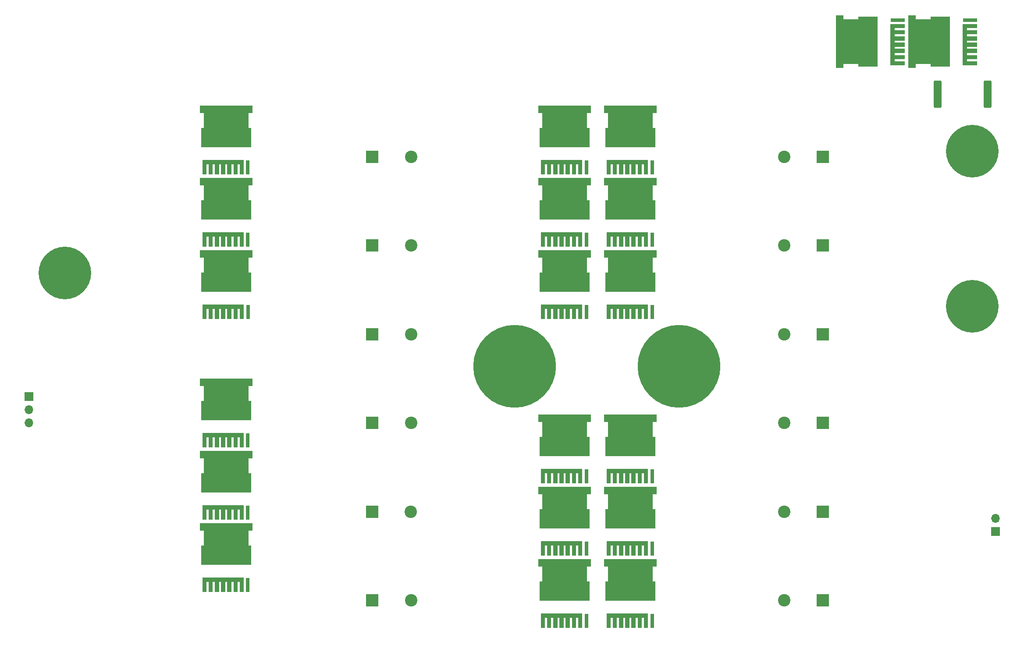
<source format=gbr>
%TF.GenerationSoftware,KiCad,Pcbnew,(6.0.0-rc1-57-gf03efa1cba)*%
%TF.CreationDate,2021-11-19T01:11:21-08:00*%
%TF.ProjectId,OpenCharger,4f70656e-4368-4617-9267-65722e6b6963,rev?*%
%TF.SameCoordinates,Original*%
%TF.FileFunction,Soldermask,Bot*%
%TF.FilePolarity,Negative*%
%FSLAX46Y46*%
G04 Gerber Fmt 4.6, Leading zero omitted, Abs format (unit mm)*
G04 Created by KiCad (PCBNEW (6.0.0-rc1-57-gf03efa1cba)) date 2021-11-19 01:11:21*
%MOMM*%
%LPD*%
G01*
G04 APERTURE LIST*
G04 Aperture macros list*
%AMRoundRect*
0 Rectangle with rounded corners*
0 $1 Rounding radius*
0 $2 $3 $4 $5 $6 $7 $8 $9 X,Y pos of 4 corners*
0 Add a 4 corners polygon primitive as box body*
4,1,4,$2,$3,$4,$5,$6,$7,$8,$9,$2,$3,0*
0 Add four circle primitives for the rounded corners*
1,1,$1+$1,$2,$3*
1,1,$1+$1,$4,$5*
1,1,$1+$1,$6,$7*
1,1,$1+$1,$8,$9*
0 Add four rect primitives between the rounded corners*
20,1,$1+$1,$2,$3,$4,$5,0*
20,1,$1+$1,$4,$5,$6,$7,0*
20,1,$1+$1,$6,$7,$8,$9,0*
20,1,$1+$1,$8,$9,$2,$3,0*%
%AMFreePoly0*
4,1,29,0.400000,-4.000000,-2.400000,-4.000000,-2.400000,-3.200000,-0.400000,-3.200000,-0.400000,-2.800000,-2.400000,-2.800000,-2.400000,-2.000000,-0.400000,-2.000000,-0.400000,-1.600000,-2.400000,-1.600000,-2.400000,-0.800000,-0.400000,-0.800000,-0.400000,-0.400000,-2.400000,-0.400000,-2.400000,0.400000,-0.400000,0.400000,-0.400000,0.800000,-2.400000,0.800000,-2.400000,1.600000,-0.400000,1.600000,
-0.400000,2.000000,-2.400000,2.000000,-2.400000,2.800000,-0.400000,2.800000,-0.400000,3.200000,-2.400000,3.200000,-2.400000,4.000000,0.400000,4.000000,0.400000,-4.000000,0.400000,-4.000000,$1*%
%AMFreePoly1*
4,1,13,2.850000,-5.050000,1.450000,-5.050000,1.450000,-4.350000,-1.450000,-4.350000,-1.450000,-4.850000,-5.150000,-4.850000,-5.150000,4.850000,-1.450000,4.850000,-1.450000,4.350000,1.450000,4.350000,1.450000,5.050000,2.850000,5.050000,2.850000,-5.050000,2.850000,-5.050000,$1*%
G04 Aperture macros list end*
%ADD10C,16.000000*%
%ADD11R,1.700000X1.700000*%
%ADD12O,1.700000X1.700000*%
%ADD13C,2.400000*%
%ADD14R,2.400000X2.400000*%
%ADD15FreePoly0,180.000000*%
%ADD16R,2.800000X0.800000*%
%ADD17FreePoly1,180.000000*%
%ADD18FreePoly1,90.000000*%
%ADD19R,0.800000X2.800000*%
%ADD20FreePoly0,90.000000*%
%ADD21C,10.160000*%
%ADD22RoundRect,0.250001X-0.487499X-2.399999X0.487499X-2.399999X0.487499X2.399999X-0.487499X2.399999X0*%
G04 APERTURE END LIST*
D10*
%TO.C,L1*%
X165558000Y-220218000D03*
X197358000Y-220218000D03*
%TD*%
D11*
%TO.C,J5*%
X258445000Y-252100000D03*
D12*
X258445000Y-249560000D03*
%TD*%
D13*
%TO.C,C16*%
X217627755Y-179705000D03*
D14*
X225127755Y-179705000D03*
%TD*%
%TO.C,C15*%
X225127755Y-248285000D03*
D13*
X217627755Y-248285000D03*
%TD*%
D14*
%TO.C,C14*%
X225127755Y-265430000D03*
D13*
X217627755Y-265430000D03*
%TD*%
D14*
%TO.C,C13*%
X138035001Y-248285000D03*
D13*
X145535001Y-248285000D03*
%TD*%
D14*
%TO.C,C12*%
X138092246Y-265430000D03*
D13*
X145592246Y-265430000D03*
%TD*%
D14*
%TO.C,C9*%
X138092246Y-213995000D03*
D13*
X145592246Y-213995000D03*
%TD*%
D14*
%TO.C,C10*%
X225127755Y-196850000D03*
D13*
X217627755Y-196850000D03*
%TD*%
D14*
%TO.C,C8*%
X225127756Y-231140000D03*
D13*
X217627756Y-231140000D03*
%TD*%
D14*
%TO.C,C6*%
X225127755Y-213995000D03*
D13*
X217627755Y-213995000D03*
%TD*%
D14*
%TO.C,C5*%
X138092246Y-179705000D03*
D13*
X145592246Y-179705000D03*
%TD*%
D14*
%TO.C,C4*%
X138092247Y-231140000D03*
D13*
X145592247Y-231140000D03*
%TD*%
D14*
%TO.C,C3*%
X138092246Y-196850000D03*
D13*
X145592246Y-196850000D03*
%TD*%
D11*
%TO.C,J2*%
X71755000Y-226075000D03*
D12*
X71755000Y-228615000D03*
X71755000Y-231155000D03*
%TD*%
D15*
%TO.C,Q26*%
X238565000Y-158080000D03*
D16*
X239565000Y-153280000D03*
D17*
X230515000Y-157480000D03*
%TD*%
D18*
%TO.C,Q13*%
X109855000Y-172730000D03*
D19*
X114055000Y-181780000D03*
D20*
X109255000Y-180780000D03*
%TD*%
D18*
%TO.C,Q15*%
X109890000Y-200670000D03*
D19*
X114090000Y-209720000D03*
D20*
X109290000Y-208720000D03*
%TD*%
D18*
%TO.C,Q14*%
X109855000Y-186700000D03*
D19*
X114055000Y-195750000D03*
D20*
X109255000Y-194750000D03*
%TD*%
D21*
%TO.C,J6*%
X78740000Y-202184000D03*
%TD*%
D20*
%TO.C,Q25*%
X187360000Y-180780000D03*
D19*
X192160000Y-181780000D03*
D18*
X187960000Y-172730000D03*
%TD*%
D20*
%TO.C,Q24*%
X187360000Y-194750000D03*
D19*
X192160000Y-195750000D03*
D18*
X187960000Y-186700000D03*
%TD*%
D20*
%TO.C,Q23*%
X187360000Y-254440000D03*
D19*
X192160000Y-255440000D03*
D18*
X187960000Y-246390000D03*
%TD*%
D20*
%TO.C,Q22*%
X187360000Y-240470000D03*
D19*
X192160000Y-241470000D03*
D18*
X187960000Y-232420000D03*
%TD*%
D20*
%TO.C,Q21*%
X174660000Y-254430000D03*
D19*
X179460000Y-255430000D03*
D18*
X175260000Y-246380000D03*
%TD*%
D20*
%TO.C,Q20*%
X174660000Y-240460000D03*
D19*
X179460000Y-241460000D03*
D18*
X175260000Y-232410000D03*
%TD*%
D20*
%TO.C,Q19*%
X174660000Y-208720000D03*
D19*
X179460000Y-209720000D03*
D18*
X175260000Y-200670000D03*
%TD*%
D20*
%TO.C,Q18*%
X174660000Y-194750000D03*
D19*
X179460000Y-195750000D03*
D18*
X175260000Y-186700000D03*
%TD*%
D20*
%TO.C,Q12*%
X109255000Y-261425000D03*
D19*
X114055000Y-262425000D03*
D18*
X109855000Y-253375000D03*
%TD*%
D20*
%TO.C,Q11*%
X109255000Y-247455000D03*
D19*
X114055000Y-248455000D03*
D18*
X109855000Y-239405000D03*
%TD*%
D20*
%TO.C,Q10*%
X109255000Y-233485000D03*
D19*
X114055000Y-234485000D03*
D18*
X109855000Y-225435000D03*
%TD*%
D21*
%TO.C,J3*%
X254000000Y-178675000D03*
X254000000Y-208645000D03*
%TD*%
D19*
%TO.C,Q7*%
X192160000Y-269410000D03*
D20*
X187360000Y-268410000D03*
D18*
X187960000Y-260360000D03*
%TD*%
D19*
%TO.C,Q9*%
X192160000Y-209720000D03*
D20*
X187360000Y-208720000D03*
D18*
X187960000Y-200670000D03*
%TD*%
D19*
%TO.C,Q6*%
X179460000Y-269400000D03*
D20*
X174660000Y-268400000D03*
D18*
X175260000Y-260350000D03*
%TD*%
D19*
%TO.C,Q5*%
X179460000Y-181780000D03*
D20*
X174660000Y-180780000D03*
D18*
X175260000Y-172730000D03*
%TD*%
D22*
%TO.C,R7*%
X247282500Y-167640000D03*
X256907500Y-167640000D03*
%TD*%
D16*
%TO.C,Q8*%
X253535000Y-153280000D03*
D15*
X252535000Y-158080000D03*
D17*
X244485000Y-157480000D03*
%TD*%
M02*

</source>
